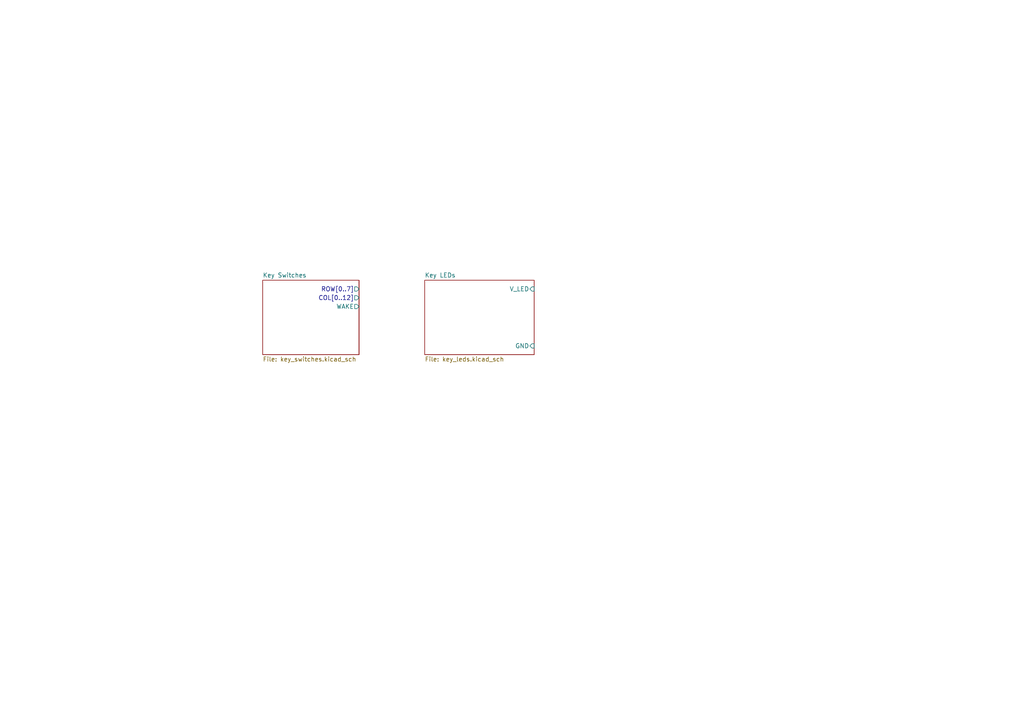
<source format=kicad_sch>
(kicad_sch (version 20230121) (generator eeschema)
  (paper "A4")
  (lib_symbols)
  (sheet (at 76.2 81.28) (size 27.94 21.59) (stroke (width 0.1524))
    (property "Sheetname" "Key Switches" (at 76.2 80.5684 0) (effects (justify left bottom)))
    (property "Sheetfile" "key_switches.kicad_sch" (at 76.2 103.4546 0) (effects (justify left top)))
    (pin "ROW[0..7]" output (at 104.14 83.82 0))
    (pin "WAKE" output (at 104.14 88.9 0))
    (pin "COL[0..12]" output (at 104.14 86.36 0))
  )
  (sheet (at 123.19 81.28) (size 31.75 21.59) (stroke (width 0.1524))
    (property "Sheetname" "Key LEDs" (at 123.19 80.5684 0) (effects (justify left bottom)))
    (property "Sheetfile" "key_leds.kicad_sch" (at 123.19 103.4546 0) (effects (justify left top)))
    (pin "GND" input (at 154.94 100.33 0))
    (pin "V_LED" input (at 154.94 83.82 0))
  )
)
</source>
